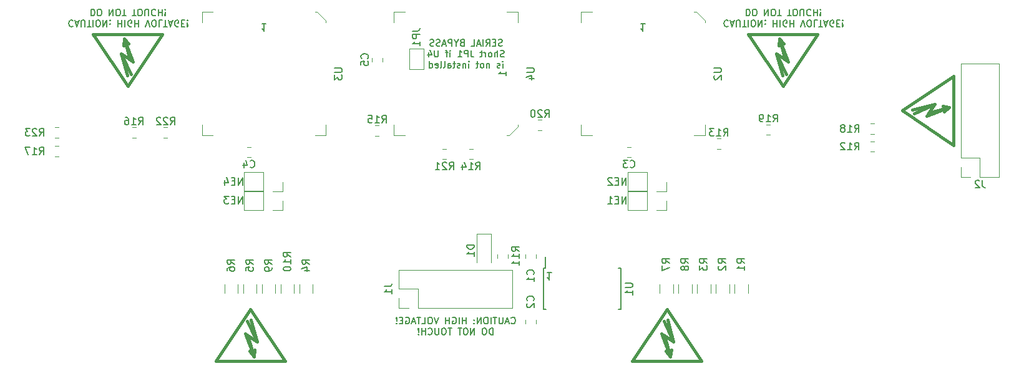
<source format=gbr>
G04 #@! TF.GenerationSoftware,KiCad,Pcbnew,(5.1.0-0)*
G04 #@! TF.CreationDate,2019-04-07T22:11:40-05:00*
G04 #@! TF.ProjectId,IN-14,494e2d31-342e-46b6-9963-61645f706362,rev?*
G04 #@! TF.SameCoordinates,Original*
G04 #@! TF.FileFunction,Legend,Bot*
G04 #@! TF.FilePolarity,Positive*
%FSLAX46Y46*%
G04 Gerber Fmt 4.6, Leading zero omitted, Abs format (unit mm)*
G04 Created by KiCad (PCBNEW (5.1.0-0)) date 2019-04-07 22:11:40*
%MOMM*%
%LPD*%
G04 APERTURE LIST*
%ADD10C,0.152400*%
%ADD11C,0.150000*%
%ADD12C,0.120000*%
%ADD13C,0.381000*%
G04 APERTURE END LIST*
D10*
X155028900Y-82541533D02*
X154901900Y-82583866D01*
X154690233Y-82583866D01*
X154605566Y-82541533D01*
X154563233Y-82499200D01*
X154520900Y-82414533D01*
X154520900Y-82329866D01*
X154563233Y-82245200D01*
X154605566Y-82202866D01*
X154690233Y-82160533D01*
X154859566Y-82118200D01*
X154944233Y-82075866D01*
X154986566Y-82033533D01*
X155028900Y-81948866D01*
X155028900Y-81864200D01*
X154986566Y-81779533D01*
X154944233Y-81737200D01*
X154859566Y-81694866D01*
X154647900Y-81694866D01*
X154520900Y-81737200D01*
X154139900Y-82118200D02*
X153843566Y-82118200D01*
X153716566Y-82583866D02*
X154139900Y-82583866D01*
X154139900Y-81694866D01*
X153716566Y-81694866D01*
X152827566Y-82583866D02*
X153123900Y-82160533D01*
X153335566Y-82583866D02*
X153335566Y-81694866D01*
X152996900Y-81694866D01*
X152912233Y-81737200D01*
X152869900Y-81779533D01*
X152827566Y-81864200D01*
X152827566Y-81991200D01*
X152869900Y-82075866D01*
X152912233Y-82118200D01*
X152996900Y-82160533D01*
X153335566Y-82160533D01*
X152446566Y-82583866D02*
X152446566Y-81694866D01*
X152065566Y-82329866D02*
X151642233Y-82329866D01*
X152150233Y-82583866D02*
X151853900Y-81694866D01*
X151557566Y-82583866D01*
X150837900Y-82583866D02*
X151261233Y-82583866D01*
X151261233Y-81694866D01*
X149567900Y-82118200D02*
X149440900Y-82160533D01*
X149398566Y-82202866D01*
X149356233Y-82287533D01*
X149356233Y-82414533D01*
X149398566Y-82499200D01*
X149440900Y-82541533D01*
X149525566Y-82583866D01*
X149864233Y-82583866D01*
X149864233Y-81694866D01*
X149567900Y-81694866D01*
X149483233Y-81737200D01*
X149440900Y-81779533D01*
X149398566Y-81864200D01*
X149398566Y-81948866D01*
X149440900Y-82033533D01*
X149483233Y-82075866D01*
X149567900Y-82118200D01*
X149864233Y-82118200D01*
X148805900Y-82160533D02*
X148805900Y-82583866D01*
X149102233Y-81694866D02*
X148805900Y-82160533D01*
X148509566Y-81694866D01*
X148213233Y-82583866D02*
X148213233Y-81694866D01*
X147874566Y-81694866D01*
X147789900Y-81737200D01*
X147747566Y-81779533D01*
X147705233Y-81864200D01*
X147705233Y-81991200D01*
X147747566Y-82075866D01*
X147789900Y-82118200D01*
X147874566Y-82160533D01*
X148213233Y-82160533D01*
X147366566Y-82329866D02*
X146943233Y-82329866D01*
X147451233Y-82583866D02*
X147154900Y-81694866D01*
X146858566Y-82583866D01*
X146604566Y-82541533D02*
X146477566Y-82583866D01*
X146265900Y-82583866D01*
X146181233Y-82541533D01*
X146138900Y-82499200D01*
X146096566Y-82414533D01*
X146096566Y-82329866D01*
X146138900Y-82245200D01*
X146181233Y-82202866D01*
X146265900Y-82160533D01*
X146435233Y-82118200D01*
X146519900Y-82075866D01*
X146562233Y-82033533D01*
X146604566Y-81948866D01*
X146604566Y-81864200D01*
X146562233Y-81779533D01*
X146519900Y-81737200D01*
X146435233Y-81694866D01*
X146223566Y-81694866D01*
X146096566Y-81737200D01*
X145757900Y-82541533D02*
X145630900Y-82583866D01*
X145419233Y-82583866D01*
X145334566Y-82541533D01*
X145292233Y-82499200D01*
X145249900Y-82414533D01*
X145249900Y-82329866D01*
X145292233Y-82245200D01*
X145334566Y-82202866D01*
X145419233Y-82160533D01*
X145588566Y-82118200D01*
X145673233Y-82075866D01*
X145715566Y-82033533D01*
X145757900Y-81948866D01*
X145757900Y-81864200D01*
X145715566Y-81779533D01*
X145673233Y-81737200D01*
X145588566Y-81694866D01*
X145376900Y-81694866D01*
X145249900Y-81737200D01*
X155304066Y-84027433D02*
X155177066Y-84069766D01*
X154965400Y-84069766D01*
X154880733Y-84027433D01*
X154838400Y-83985100D01*
X154796066Y-83900433D01*
X154796066Y-83815766D01*
X154838400Y-83731100D01*
X154880733Y-83688766D01*
X154965400Y-83646433D01*
X155134733Y-83604100D01*
X155219400Y-83561766D01*
X155261733Y-83519433D01*
X155304066Y-83434766D01*
X155304066Y-83350100D01*
X155261733Y-83265433D01*
X155219400Y-83223100D01*
X155134733Y-83180766D01*
X154923066Y-83180766D01*
X154796066Y-83223100D01*
X154415066Y-84069766D02*
X154415066Y-83180766D01*
X154034066Y-84069766D02*
X154034066Y-83604100D01*
X154076400Y-83519433D01*
X154161066Y-83477100D01*
X154288066Y-83477100D01*
X154372733Y-83519433D01*
X154415066Y-83561766D01*
X153483733Y-84069766D02*
X153568400Y-84027433D01*
X153610733Y-83985100D01*
X153653066Y-83900433D01*
X153653066Y-83646433D01*
X153610733Y-83561766D01*
X153568400Y-83519433D01*
X153483733Y-83477100D01*
X153356733Y-83477100D01*
X153272066Y-83519433D01*
X153229733Y-83561766D01*
X153187400Y-83646433D01*
X153187400Y-83900433D01*
X153229733Y-83985100D01*
X153272066Y-84027433D01*
X153356733Y-84069766D01*
X153483733Y-84069766D01*
X152806400Y-84069766D02*
X152806400Y-83477100D01*
X152806400Y-83646433D02*
X152764066Y-83561766D01*
X152721733Y-83519433D01*
X152637066Y-83477100D01*
X152552400Y-83477100D01*
X152383066Y-83477100D02*
X152044400Y-83477100D01*
X152256066Y-83180766D02*
X152256066Y-83942766D01*
X152213733Y-84027433D01*
X152129066Y-84069766D01*
X152044400Y-84069766D01*
X150816733Y-83180766D02*
X150816733Y-83815766D01*
X150859066Y-83942766D01*
X150943733Y-84027433D01*
X151070733Y-84069766D01*
X151155400Y-84069766D01*
X150393400Y-84069766D02*
X150393400Y-83180766D01*
X150054733Y-83180766D01*
X149970066Y-83223100D01*
X149927733Y-83265433D01*
X149885400Y-83350100D01*
X149885400Y-83477100D01*
X149927733Y-83561766D01*
X149970066Y-83604100D01*
X150054733Y-83646433D01*
X150393400Y-83646433D01*
X149038733Y-84069766D02*
X149546733Y-84069766D01*
X149292733Y-84069766D02*
X149292733Y-83180766D01*
X149377400Y-83307766D01*
X149462066Y-83392433D01*
X149546733Y-83434766D01*
X147980400Y-84069766D02*
X147980400Y-83477100D01*
X147980400Y-83180766D02*
X148022733Y-83223100D01*
X147980400Y-83265433D01*
X147938066Y-83223100D01*
X147980400Y-83180766D01*
X147980400Y-83265433D01*
X147684066Y-83477100D02*
X147345400Y-83477100D01*
X147557066Y-84069766D02*
X147557066Y-83307766D01*
X147514733Y-83223100D01*
X147430066Y-83180766D01*
X147345400Y-83180766D01*
X146371733Y-83180766D02*
X146371733Y-83900433D01*
X146329400Y-83985100D01*
X146287066Y-84027433D01*
X146202400Y-84069766D01*
X146033066Y-84069766D01*
X145948400Y-84027433D01*
X145906066Y-83985100D01*
X145863733Y-83900433D01*
X145863733Y-83180766D01*
X145059400Y-83477100D02*
X145059400Y-84069766D01*
X145271066Y-83138433D02*
X145482733Y-83773433D01*
X144932400Y-83773433D01*
X155113566Y-85555666D02*
X155113566Y-84963000D01*
X155113566Y-84666666D02*
X155155900Y-84709000D01*
X155113566Y-84751333D01*
X155071233Y-84709000D01*
X155113566Y-84666666D01*
X155113566Y-84751333D01*
X154732566Y-85513333D02*
X154647900Y-85555666D01*
X154478566Y-85555666D01*
X154393900Y-85513333D01*
X154351566Y-85428666D01*
X154351566Y-85386333D01*
X154393900Y-85301666D01*
X154478566Y-85259333D01*
X154605566Y-85259333D01*
X154690233Y-85217000D01*
X154732566Y-85132333D01*
X154732566Y-85090000D01*
X154690233Y-85005333D01*
X154605566Y-84963000D01*
X154478566Y-84963000D01*
X154393900Y-85005333D01*
X153293233Y-84963000D02*
X153293233Y-85555666D01*
X153293233Y-85047666D02*
X153250900Y-85005333D01*
X153166233Y-84963000D01*
X153039233Y-84963000D01*
X152954566Y-85005333D01*
X152912233Y-85090000D01*
X152912233Y-85555666D01*
X152361900Y-85555666D02*
X152446566Y-85513333D01*
X152488900Y-85471000D01*
X152531233Y-85386333D01*
X152531233Y-85132333D01*
X152488900Y-85047666D01*
X152446566Y-85005333D01*
X152361900Y-84963000D01*
X152234900Y-84963000D01*
X152150233Y-85005333D01*
X152107900Y-85047666D01*
X152065566Y-85132333D01*
X152065566Y-85386333D01*
X152107900Y-85471000D01*
X152150233Y-85513333D01*
X152234900Y-85555666D01*
X152361900Y-85555666D01*
X151811566Y-84963000D02*
X151472900Y-84963000D01*
X151684566Y-84666666D02*
X151684566Y-85428666D01*
X151642233Y-85513333D01*
X151557566Y-85555666D01*
X151472900Y-85555666D01*
X150499233Y-85555666D02*
X150499233Y-84963000D01*
X150499233Y-84666666D02*
X150541566Y-84709000D01*
X150499233Y-84751333D01*
X150456900Y-84709000D01*
X150499233Y-84666666D01*
X150499233Y-84751333D01*
X150075900Y-84963000D02*
X150075900Y-85555666D01*
X150075900Y-85047666D02*
X150033566Y-85005333D01*
X149948900Y-84963000D01*
X149821900Y-84963000D01*
X149737233Y-85005333D01*
X149694900Y-85090000D01*
X149694900Y-85555666D01*
X149313900Y-85513333D02*
X149229233Y-85555666D01*
X149059900Y-85555666D01*
X148975233Y-85513333D01*
X148932900Y-85428666D01*
X148932900Y-85386333D01*
X148975233Y-85301666D01*
X149059900Y-85259333D01*
X149186900Y-85259333D01*
X149271566Y-85217000D01*
X149313900Y-85132333D01*
X149313900Y-85090000D01*
X149271566Y-85005333D01*
X149186900Y-84963000D01*
X149059900Y-84963000D01*
X148975233Y-85005333D01*
X148678900Y-84963000D02*
X148340233Y-84963000D01*
X148551900Y-84666666D02*
X148551900Y-85428666D01*
X148509566Y-85513333D01*
X148424900Y-85555666D01*
X148340233Y-85555666D01*
X147662900Y-85555666D02*
X147662900Y-85090000D01*
X147705233Y-85005333D01*
X147789900Y-84963000D01*
X147959233Y-84963000D01*
X148043900Y-85005333D01*
X147662900Y-85513333D02*
X147747566Y-85555666D01*
X147959233Y-85555666D01*
X148043900Y-85513333D01*
X148086233Y-85428666D01*
X148086233Y-85344000D01*
X148043900Y-85259333D01*
X147959233Y-85217000D01*
X147747566Y-85217000D01*
X147662900Y-85174666D01*
X147112566Y-85555666D02*
X147197233Y-85513333D01*
X147239566Y-85428666D01*
X147239566Y-84666666D01*
X146646900Y-85555666D02*
X146731566Y-85513333D01*
X146773900Y-85428666D01*
X146773900Y-84666666D01*
X145969566Y-85513333D02*
X146054233Y-85555666D01*
X146223566Y-85555666D01*
X146308233Y-85513333D01*
X146350566Y-85428666D01*
X146350566Y-85090000D01*
X146308233Y-85005333D01*
X146223566Y-84963000D01*
X146054233Y-84963000D01*
X145969566Y-85005333D01*
X145927233Y-85090000D01*
X145927233Y-85174666D01*
X146350566Y-85259333D01*
X145165233Y-85555666D02*
X145165233Y-84666666D01*
X145165233Y-85513333D02*
X145249900Y-85555666D01*
X145419233Y-85555666D01*
X145503900Y-85513333D01*
X145546233Y-85471000D01*
X145588566Y-85386333D01*
X145588566Y-85132333D01*
X145546233Y-85047666D01*
X145503900Y-85005333D01*
X145419233Y-84963000D01*
X145249900Y-84963000D01*
X145165233Y-85005333D01*
X96778233Y-79140050D02*
X96735900Y-79097716D01*
X96608900Y-79055383D01*
X96524233Y-79055383D01*
X96397233Y-79097716D01*
X96312566Y-79182383D01*
X96270233Y-79267050D01*
X96227900Y-79436383D01*
X96227900Y-79563383D01*
X96270233Y-79732716D01*
X96312566Y-79817383D01*
X96397233Y-79902050D01*
X96524233Y-79944383D01*
X96608900Y-79944383D01*
X96735900Y-79902050D01*
X96778233Y-79859716D01*
X97116900Y-79309383D02*
X97540233Y-79309383D01*
X97032233Y-79055383D02*
X97328566Y-79944383D01*
X97624900Y-79055383D01*
X97921233Y-79944383D02*
X97921233Y-79224716D01*
X97963566Y-79140050D01*
X98005900Y-79097716D01*
X98090566Y-79055383D01*
X98259900Y-79055383D01*
X98344566Y-79097716D01*
X98386900Y-79140050D01*
X98429233Y-79224716D01*
X98429233Y-79944383D01*
X98725566Y-79944383D02*
X99233566Y-79944383D01*
X98979566Y-79055383D02*
X98979566Y-79944383D01*
X99529900Y-79055383D02*
X99529900Y-79944383D01*
X100122566Y-79944383D02*
X100291900Y-79944383D01*
X100376566Y-79902050D01*
X100461233Y-79817383D01*
X100503566Y-79648050D01*
X100503566Y-79351716D01*
X100461233Y-79182383D01*
X100376566Y-79097716D01*
X100291900Y-79055383D01*
X100122566Y-79055383D01*
X100037900Y-79097716D01*
X99953233Y-79182383D01*
X99910900Y-79351716D01*
X99910900Y-79648050D01*
X99953233Y-79817383D01*
X100037900Y-79902050D01*
X100122566Y-79944383D01*
X100884566Y-79055383D02*
X100884566Y-79944383D01*
X101392566Y-79055383D01*
X101392566Y-79944383D01*
X101815900Y-79140050D02*
X101858233Y-79097716D01*
X101815900Y-79055383D01*
X101773566Y-79097716D01*
X101815900Y-79140050D01*
X101815900Y-79055383D01*
X101815900Y-79605716D02*
X101858233Y-79563383D01*
X101815900Y-79521050D01*
X101773566Y-79563383D01*
X101815900Y-79605716D01*
X101815900Y-79521050D01*
X102916566Y-79055383D02*
X102916566Y-79944383D01*
X102916566Y-79521050D02*
X103424566Y-79521050D01*
X103424566Y-79055383D02*
X103424566Y-79944383D01*
X103847900Y-79055383D02*
X103847900Y-79944383D01*
X104736900Y-79902050D02*
X104652233Y-79944383D01*
X104525233Y-79944383D01*
X104398233Y-79902050D01*
X104313566Y-79817383D01*
X104271233Y-79732716D01*
X104228900Y-79563383D01*
X104228900Y-79436383D01*
X104271233Y-79267050D01*
X104313566Y-79182383D01*
X104398233Y-79097716D01*
X104525233Y-79055383D01*
X104609900Y-79055383D01*
X104736900Y-79097716D01*
X104779233Y-79140050D01*
X104779233Y-79436383D01*
X104609900Y-79436383D01*
X105160233Y-79055383D02*
X105160233Y-79944383D01*
X105160233Y-79521050D02*
X105668233Y-79521050D01*
X105668233Y-79055383D02*
X105668233Y-79944383D01*
X106641900Y-79944383D02*
X106938233Y-79055383D01*
X107234566Y-79944383D01*
X107700233Y-79944383D02*
X107869566Y-79944383D01*
X107954233Y-79902050D01*
X108038900Y-79817383D01*
X108081233Y-79648050D01*
X108081233Y-79351716D01*
X108038900Y-79182383D01*
X107954233Y-79097716D01*
X107869566Y-79055383D01*
X107700233Y-79055383D01*
X107615566Y-79097716D01*
X107530900Y-79182383D01*
X107488566Y-79351716D01*
X107488566Y-79648050D01*
X107530900Y-79817383D01*
X107615566Y-79902050D01*
X107700233Y-79944383D01*
X108885566Y-79055383D02*
X108462233Y-79055383D01*
X108462233Y-79944383D01*
X109054900Y-79944383D02*
X109562900Y-79944383D01*
X109308900Y-79055383D02*
X109308900Y-79944383D01*
X109816900Y-79309383D02*
X110240233Y-79309383D01*
X109732233Y-79055383D02*
X110028566Y-79944383D01*
X110324900Y-79055383D01*
X111086900Y-79902050D02*
X111002233Y-79944383D01*
X110875233Y-79944383D01*
X110748233Y-79902050D01*
X110663566Y-79817383D01*
X110621233Y-79732716D01*
X110578900Y-79563383D01*
X110578900Y-79436383D01*
X110621233Y-79267050D01*
X110663566Y-79182383D01*
X110748233Y-79097716D01*
X110875233Y-79055383D01*
X110959900Y-79055383D01*
X111086900Y-79097716D01*
X111129233Y-79140050D01*
X111129233Y-79436383D01*
X110959900Y-79436383D01*
X111510233Y-79521050D02*
X111806566Y-79521050D01*
X111933566Y-79055383D02*
X111510233Y-79055383D01*
X111510233Y-79944383D01*
X111933566Y-79944383D01*
X112314566Y-79140050D02*
X112356900Y-79097716D01*
X112314566Y-79055383D01*
X112272233Y-79097716D01*
X112314566Y-79140050D01*
X112314566Y-79055383D01*
X112314566Y-79394050D02*
X112272233Y-79902050D01*
X112314566Y-79944383D01*
X112356900Y-79902050D01*
X112314566Y-79394050D01*
X112314566Y-79944383D01*
X99254733Y-77569483D02*
X99254733Y-78458483D01*
X99466400Y-78458483D01*
X99593400Y-78416150D01*
X99678066Y-78331483D01*
X99720400Y-78246816D01*
X99762733Y-78077483D01*
X99762733Y-77950483D01*
X99720400Y-77781150D01*
X99678066Y-77696483D01*
X99593400Y-77611816D01*
X99466400Y-77569483D01*
X99254733Y-77569483D01*
X100313066Y-78458483D02*
X100482400Y-78458483D01*
X100567066Y-78416150D01*
X100651733Y-78331483D01*
X100694066Y-78162150D01*
X100694066Y-77865816D01*
X100651733Y-77696483D01*
X100567066Y-77611816D01*
X100482400Y-77569483D01*
X100313066Y-77569483D01*
X100228400Y-77611816D01*
X100143733Y-77696483D01*
X100101400Y-77865816D01*
X100101400Y-78162150D01*
X100143733Y-78331483D01*
X100228400Y-78416150D01*
X100313066Y-78458483D01*
X101752400Y-77569483D02*
X101752400Y-78458483D01*
X102260400Y-77569483D01*
X102260400Y-78458483D01*
X102853066Y-78458483D02*
X103022400Y-78458483D01*
X103107066Y-78416150D01*
X103191733Y-78331483D01*
X103234066Y-78162150D01*
X103234066Y-77865816D01*
X103191733Y-77696483D01*
X103107066Y-77611816D01*
X103022400Y-77569483D01*
X102853066Y-77569483D01*
X102768400Y-77611816D01*
X102683733Y-77696483D01*
X102641400Y-77865816D01*
X102641400Y-78162150D01*
X102683733Y-78331483D01*
X102768400Y-78416150D01*
X102853066Y-78458483D01*
X103488066Y-78458483D02*
X103996066Y-78458483D01*
X103742066Y-77569483D02*
X103742066Y-78458483D01*
X104842733Y-78458483D02*
X105350733Y-78458483D01*
X105096733Y-77569483D02*
X105096733Y-78458483D01*
X105816400Y-78458483D02*
X105985733Y-78458483D01*
X106070400Y-78416150D01*
X106155066Y-78331483D01*
X106197400Y-78162150D01*
X106197400Y-77865816D01*
X106155066Y-77696483D01*
X106070400Y-77611816D01*
X105985733Y-77569483D01*
X105816400Y-77569483D01*
X105731733Y-77611816D01*
X105647066Y-77696483D01*
X105604733Y-77865816D01*
X105604733Y-78162150D01*
X105647066Y-78331483D01*
X105731733Y-78416150D01*
X105816400Y-78458483D01*
X106578400Y-78458483D02*
X106578400Y-77738816D01*
X106620733Y-77654150D01*
X106663066Y-77611816D01*
X106747733Y-77569483D01*
X106917066Y-77569483D01*
X107001733Y-77611816D01*
X107044066Y-77654150D01*
X107086400Y-77738816D01*
X107086400Y-78458483D01*
X108017733Y-77654150D02*
X107975400Y-77611816D01*
X107848400Y-77569483D01*
X107763733Y-77569483D01*
X107636733Y-77611816D01*
X107552066Y-77696483D01*
X107509733Y-77781150D01*
X107467400Y-77950483D01*
X107467400Y-78077483D01*
X107509733Y-78246816D01*
X107552066Y-78331483D01*
X107636733Y-78416150D01*
X107763733Y-78458483D01*
X107848400Y-78458483D01*
X107975400Y-78416150D01*
X108017733Y-78373816D01*
X108398733Y-77569483D02*
X108398733Y-78458483D01*
X108398733Y-78035150D02*
X108906733Y-78035150D01*
X108906733Y-77569483D02*
X108906733Y-78458483D01*
X109330066Y-77654150D02*
X109372400Y-77611816D01*
X109330066Y-77569483D01*
X109287733Y-77611816D01*
X109330066Y-77654150D01*
X109330066Y-77569483D01*
X109330066Y-77908150D02*
X109287733Y-78416150D01*
X109330066Y-78458483D01*
X109372400Y-78416150D01*
X109330066Y-77908150D01*
X109330066Y-78458483D01*
D11*
X155544780Y-86620314D02*
X155544780Y-86048885D01*
X155544780Y-86334600D02*
X154544780Y-86334600D01*
X154687638Y-86239361D01*
X154782876Y-86144123D01*
X154830495Y-86048885D01*
D10*
X185678233Y-79140050D02*
X185635900Y-79097716D01*
X185508900Y-79055383D01*
X185424233Y-79055383D01*
X185297233Y-79097716D01*
X185212566Y-79182383D01*
X185170233Y-79267050D01*
X185127900Y-79436383D01*
X185127900Y-79563383D01*
X185170233Y-79732716D01*
X185212566Y-79817383D01*
X185297233Y-79902050D01*
X185424233Y-79944383D01*
X185508900Y-79944383D01*
X185635900Y-79902050D01*
X185678233Y-79859716D01*
X186016900Y-79309383D02*
X186440233Y-79309383D01*
X185932233Y-79055383D02*
X186228566Y-79944383D01*
X186524900Y-79055383D01*
X186821233Y-79944383D02*
X186821233Y-79224716D01*
X186863566Y-79140050D01*
X186905900Y-79097716D01*
X186990566Y-79055383D01*
X187159900Y-79055383D01*
X187244566Y-79097716D01*
X187286900Y-79140050D01*
X187329233Y-79224716D01*
X187329233Y-79944383D01*
X187625566Y-79944383D02*
X188133566Y-79944383D01*
X187879566Y-79055383D02*
X187879566Y-79944383D01*
X188429900Y-79055383D02*
X188429900Y-79944383D01*
X189022566Y-79944383D02*
X189191900Y-79944383D01*
X189276566Y-79902050D01*
X189361233Y-79817383D01*
X189403566Y-79648050D01*
X189403566Y-79351716D01*
X189361233Y-79182383D01*
X189276566Y-79097716D01*
X189191900Y-79055383D01*
X189022566Y-79055383D01*
X188937900Y-79097716D01*
X188853233Y-79182383D01*
X188810900Y-79351716D01*
X188810900Y-79648050D01*
X188853233Y-79817383D01*
X188937900Y-79902050D01*
X189022566Y-79944383D01*
X189784566Y-79055383D02*
X189784566Y-79944383D01*
X190292566Y-79055383D01*
X190292566Y-79944383D01*
X190715900Y-79140050D02*
X190758233Y-79097716D01*
X190715900Y-79055383D01*
X190673566Y-79097716D01*
X190715900Y-79140050D01*
X190715900Y-79055383D01*
X190715900Y-79605716D02*
X190758233Y-79563383D01*
X190715900Y-79521050D01*
X190673566Y-79563383D01*
X190715900Y-79605716D01*
X190715900Y-79521050D01*
X191816566Y-79055383D02*
X191816566Y-79944383D01*
X191816566Y-79521050D02*
X192324566Y-79521050D01*
X192324566Y-79055383D02*
X192324566Y-79944383D01*
X192747900Y-79055383D02*
X192747900Y-79944383D01*
X193636900Y-79902050D02*
X193552233Y-79944383D01*
X193425233Y-79944383D01*
X193298233Y-79902050D01*
X193213566Y-79817383D01*
X193171233Y-79732716D01*
X193128900Y-79563383D01*
X193128900Y-79436383D01*
X193171233Y-79267050D01*
X193213566Y-79182383D01*
X193298233Y-79097716D01*
X193425233Y-79055383D01*
X193509900Y-79055383D01*
X193636900Y-79097716D01*
X193679233Y-79140050D01*
X193679233Y-79436383D01*
X193509900Y-79436383D01*
X194060233Y-79055383D02*
X194060233Y-79944383D01*
X194060233Y-79521050D02*
X194568233Y-79521050D01*
X194568233Y-79055383D02*
X194568233Y-79944383D01*
X195541900Y-79944383D02*
X195838233Y-79055383D01*
X196134566Y-79944383D01*
X196600233Y-79944383D02*
X196769566Y-79944383D01*
X196854233Y-79902050D01*
X196938900Y-79817383D01*
X196981233Y-79648050D01*
X196981233Y-79351716D01*
X196938900Y-79182383D01*
X196854233Y-79097716D01*
X196769566Y-79055383D01*
X196600233Y-79055383D01*
X196515566Y-79097716D01*
X196430900Y-79182383D01*
X196388566Y-79351716D01*
X196388566Y-79648050D01*
X196430900Y-79817383D01*
X196515566Y-79902050D01*
X196600233Y-79944383D01*
X197785566Y-79055383D02*
X197362233Y-79055383D01*
X197362233Y-79944383D01*
X197954900Y-79944383D02*
X198462900Y-79944383D01*
X198208900Y-79055383D02*
X198208900Y-79944383D01*
X198716900Y-79309383D02*
X199140233Y-79309383D01*
X198632233Y-79055383D02*
X198928566Y-79944383D01*
X199224900Y-79055383D01*
X199986900Y-79902050D02*
X199902233Y-79944383D01*
X199775233Y-79944383D01*
X199648233Y-79902050D01*
X199563566Y-79817383D01*
X199521233Y-79732716D01*
X199478900Y-79563383D01*
X199478900Y-79436383D01*
X199521233Y-79267050D01*
X199563566Y-79182383D01*
X199648233Y-79097716D01*
X199775233Y-79055383D01*
X199859900Y-79055383D01*
X199986900Y-79097716D01*
X200029233Y-79140050D01*
X200029233Y-79436383D01*
X199859900Y-79436383D01*
X200410233Y-79521050D02*
X200706566Y-79521050D01*
X200833566Y-79055383D02*
X200410233Y-79055383D01*
X200410233Y-79944383D01*
X200833566Y-79944383D01*
X201214566Y-79140050D02*
X201256900Y-79097716D01*
X201214566Y-79055383D01*
X201172233Y-79097716D01*
X201214566Y-79140050D01*
X201214566Y-79055383D01*
X201214566Y-79394050D02*
X201172233Y-79902050D01*
X201214566Y-79944383D01*
X201256900Y-79902050D01*
X201214566Y-79394050D01*
X201214566Y-79944383D01*
X188154733Y-77569483D02*
X188154733Y-78458483D01*
X188366400Y-78458483D01*
X188493400Y-78416150D01*
X188578066Y-78331483D01*
X188620400Y-78246816D01*
X188662733Y-78077483D01*
X188662733Y-77950483D01*
X188620400Y-77781150D01*
X188578066Y-77696483D01*
X188493400Y-77611816D01*
X188366400Y-77569483D01*
X188154733Y-77569483D01*
X189213066Y-78458483D02*
X189382400Y-78458483D01*
X189467066Y-78416150D01*
X189551733Y-78331483D01*
X189594066Y-78162150D01*
X189594066Y-77865816D01*
X189551733Y-77696483D01*
X189467066Y-77611816D01*
X189382400Y-77569483D01*
X189213066Y-77569483D01*
X189128400Y-77611816D01*
X189043733Y-77696483D01*
X189001400Y-77865816D01*
X189001400Y-78162150D01*
X189043733Y-78331483D01*
X189128400Y-78416150D01*
X189213066Y-78458483D01*
X190652400Y-77569483D02*
X190652400Y-78458483D01*
X191160400Y-77569483D01*
X191160400Y-78458483D01*
X191753066Y-78458483D02*
X191922400Y-78458483D01*
X192007066Y-78416150D01*
X192091733Y-78331483D01*
X192134066Y-78162150D01*
X192134066Y-77865816D01*
X192091733Y-77696483D01*
X192007066Y-77611816D01*
X191922400Y-77569483D01*
X191753066Y-77569483D01*
X191668400Y-77611816D01*
X191583733Y-77696483D01*
X191541400Y-77865816D01*
X191541400Y-78162150D01*
X191583733Y-78331483D01*
X191668400Y-78416150D01*
X191753066Y-78458483D01*
X192388066Y-78458483D02*
X192896066Y-78458483D01*
X192642066Y-77569483D02*
X192642066Y-78458483D01*
X193742733Y-78458483D02*
X194250733Y-78458483D01*
X193996733Y-77569483D02*
X193996733Y-78458483D01*
X194716400Y-78458483D02*
X194885733Y-78458483D01*
X194970400Y-78416150D01*
X195055066Y-78331483D01*
X195097400Y-78162150D01*
X195097400Y-77865816D01*
X195055066Y-77696483D01*
X194970400Y-77611816D01*
X194885733Y-77569483D01*
X194716400Y-77569483D01*
X194631733Y-77611816D01*
X194547066Y-77696483D01*
X194504733Y-77865816D01*
X194504733Y-78162150D01*
X194547066Y-78331483D01*
X194631733Y-78416150D01*
X194716400Y-78458483D01*
X195478400Y-78458483D02*
X195478400Y-77738816D01*
X195520733Y-77654150D01*
X195563066Y-77611816D01*
X195647733Y-77569483D01*
X195817066Y-77569483D01*
X195901733Y-77611816D01*
X195944066Y-77654150D01*
X195986400Y-77738816D01*
X195986400Y-78458483D01*
X196917733Y-77654150D02*
X196875400Y-77611816D01*
X196748400Y-77569483D01*
X196663733Y-77569483D01*
X196536733Y-77611816D01*
X196452066Y-77696483D01*
X196409733Y-77781150D01*
X196367400Y-77950483D01*
X196367400Y-78077483D01*
X196409733Y-78246816D01*
X196452066Y-78331483D01*
X196536733Y-78416150D01*
X196663733Y-78458483D01*
X196748400Y-78458483D01*
X196875400Y-78416150D01*
X196917733Y-78373816D01*
X197298733Y-77569483D02*
X197298733Y-78458483D01*
X197298733Y-78035150D02*
X197806733Y-78035150D01*
X197806733Y-77569483D02*
X197806733Y-78458483D01*
X198230066Y-77654150D02*
X198272400Y-77611816D01*
X198230066Y-77569483D01*
X198187733Y-77611816D01*
X198230066Y-77654150D01*
X198230066Y-77569483D01*
X198230066Y-77908150D02*
X198187733Y-78416150D01*
X198230066Y-78458483D01*
X198272400Y-78416150D01*
X198230066Y-77908150D01*
X198230066Y-78458483D01*
X156256566Y-120199150D02*
X156298900Y-120241483D01*
X156425900Y-120283816D01*
X156510566Y-120283816D01*
X156637566Y-120241483D01*
X156722233Y-120156816D01*
X156764566Y-120072150D01*
X156806900Y-119902816D01*
X156806900Y-119775816D01*
X156764566Y-119606483D01*
X156722233Y-119521816D01*
X156637566Y-119437150D01*
X156510566Y-119394816D01*
X156425900Y-119394816D01*
X156298900Y-119437150D01*
X156256566Y-119479483D01*
X155917900Y-120029816D02*
X155494566Y-120029816D01*
X156002566Y-120283816D02*
X155706233Y-119394816D01*
X155409900Y-120283816D01*
X155113566Y-119394816D02*
X155113566Y-120114483D01*
X155071233Y-120199150D01*
X155028900Y-120241483D01*
X154944233Y-120283816D01*
X154774900Y-120283816D01*
X154690233Y-120241483D01*
X154647900Y-120199150D01*
X154605566Y-120114483D01*
X154605566Y-119394816D01*
X154309233Y-119394816D02*
X153801233Y-119394816D01*
X154055233Y-120283816D02*
X154055233Y-119394816D01*
X153504900Y-120283816D02*
X153504900Y-119394816D01*
X152912233Y-119394816D02*
X152742900Y-119394816D01*
X152658233Y-119437150D01*
X152573566Y-119521816D01*
X152531233Y-119691150D01*
X152531233Y-119987483D01*
X152573566Y-120156816D01*
X152658233Y-120241483D01*
X152742900Y-120283816D01*
X152912233Y-120283816D01*
X152996900Y-120241483D01*
X153081566Y-120156816D01*
X153123900Y-119987483D01*
X153123900Y-119691150D01*
X153081566Y-119521816D01*
X152996900Y-119437150D01*
X152912233Y-119394816D01*
X152150233Y-120283816D02*
X152150233Y-119394816D01*
X151642233Y-120283816D01*
X151642233Y-119394816D01*
X151218900Y-120199150D02*
X151176566Y-120241483D01*
X151218900Y-120283816D01*
X151261233Y-120241483D01*
X151218900Y-120199150D01*
X151218900Y-120283816D01*
X151218900Y-119733483D02*
X151176566Y-119775816D01*
X151218900Y-119818150D01*
X151261233Y-119775816D01*
X151218900Y-119733483D01*
X151218900Y-119818150D01*
X150118233Y-120283816D02*
X150118233Y-119394816D01*
X150118233Y-119818150D02*
X149610233Y-119818150D01*
X149610233Y-120283816D02*
X149610233Y-119394816D01*
X149186899Y-120283816D02*
X149186899Y-119394816D01*
X148297899Y-119437150D02*
X148382566Y-119394816D01*
X148509566Y-119394816D01*
X148636566Y-119437150D01*
X148721233Y-119521816D01*
X148763566Y-119606483D01*
X148805899Y-119775816D01*
X148805899Y-119902816D01*
X148763566Y-120072150D01*
X148721233Y-120156816D01*
X148636566Y-120241483D01*
X148509566Y-120283816D01*
X148424899Y-120283816D01*
X148297899Y-120241483D01*
X148255566Y-120199150D01*
X148255566Y-119902816D01*
X148424899Y-119902816D01*
X147874566Y-120283816D02*
X147874566Y-119394816D01*
X147874566Y-119818150D02*
X147366566Y-119818150D01*
X147366566Y-120283816D02*
X147366566Y-119394816D01*
X146392899Y-119394816D02*
X146096566Y-120283816D01*
X145800233Y-119394816D01*
X145334566Y-119394816D02*
X145165233Y-119394816D01*
X145080566Y-119437150D01*
X144995899Y-119521816D01*
X144953566Y-119691150D01*
X144953566Y-119987483D01*
X144995899Y-120156816D01*
X145080566Y-120241483D01*
X145165233Y-120283816D01*
X145334566Y-120283816D01*
X145419233Y-120241483D01*
X145503899Y-120156816D01*
X145546233Y-119987483D01*
X145546233Y-119691150D01*
X145503899Y-119521816D01*
X145419233Y-119437150D01*
X145334566Y-119394816D01*
X144149233Y-120283816D02*
X144572566Y-120283816D01*
X144572566Y-119394816D01*
X143979899Y-119394816D02*
X143471899Y-119394816D01*
X143725899Y-120283816D02*
X143725899Y-119394816D01*
X143217899Y-120029816D02*
X142794566Y-120029816D01*
X143302566Y-120283816D02*
X143006233Y-119394816D01*
X142709899Y-120283816D01*
X141947899Y-119437150D02*
X142032566Y-119394816D01*
X142159566Y-119394816D01*
X142286566Y-119437150D01*
X142371233Y-119521816D01*
X142413566Y-119606483D01*
X142455899Y-119775816D01*
X142455899Y-119902816D01*
X142413566Y-120072150D01*
X142371233Y-120156816D01*
X142286566Y-120241483D01*
X142159566Y-120283816D01*
X142074899Y-120283816D01*
X141947899Y-120241483D01*
X141905566Y-120199150D01*
X141905566Y-119902816D01*
X142074899Y-119902816D01*
X141524566Y-119818150D02*
X141228233Y-119818150D01*
X141101233Y-120283816D02*
X141524566Y-120283816D01*
X141524566Y-119394816D01*
X141101233Y-119394816D01*
X140720233Y-120199150D02*
X140677899Y-120241483D01*
X140720233Y-120283816D01*
X140762566Y-120241483D01*
X140720233Y-120199150D01*
X140720233Y-120283816D01*
X140720233Y-119945150D02*
X140762566Y-119437150D01*
X140720233Y-119394816D01*
X140677899Y-119437150D01*
X140720233Y-119945150D01*
X140720233Y-119394816D01*
X153780066Y-121769716D02*
X153780066Y-120880716D01*
X153568400Y-120880716D01*
X153441400Y-120923050D01*
X153356733Y-121007716D01*
X153314400Y-121092383D01*
X153272066Y-121261716D01*
X153272066Y-121388716D01*
X153314400Y-121558050D01*
X153356733Y-121642716D01*
X153441400Y-121727383D01*
X153568400Y-121769716D01*
X153780066Y-121769716D01*
X152721733Y-120880716D02*
X152552400Y-120880716D01*
X152467733Y-120923050D01*
X152383066Y-121007716D01*
X152340733Y-121177050D01*
X152340733Y-121473383D01*
X152383066Y-121642716D01*
X152467733Y-121727383D01*
X152552400Y-121769716D01*
X152721733Y-121769716D01*
X152806400Y-121727383D01*
X152891066Y-121642716D01*
X152933400Y-121473383D01*
X152933400Y-121177050D01*
X152891066Y-121007716D01*
X152806400Y-120923050D01*
X152721733Y-120880716D01*
X151282400Y-121769716D02*
X151282400Y-120880716D01*
X150774400Y-121769716D01*
X150774400Y-120880716D01*
X150181733Y-120880716D02*
X150012400Y-120880716D01*
X149927733Y-120923050D01*
X149843066Y-121007716D01*
X149800733Y-121177050D01*
X149800733Y-121473383D01*
X149843066Y-121642716D01*
X149927733Y-121727383D01*
X150012400Y-121769716D01*
X150181733Y-121769716D01*
X150266400Y-121727383D01*
X150351066Y-121642716D01*
X150393400Y-121473383D01*
X150393400Y-121177050D01*
X150351066Y-121007716D01*
X150266400Y-120923050D01*
X150181733Y-120880716D01*
X149546733Y-120880716D02*
X149038733Y-120880716D01*
X149292733Y-121769716D02*
X149292733Y-120880716D01*
X148192066Y-120880716D02*
X147684066Y-120880716D01*
X147938066Y-121769716D02*
X147938066Y-120880716D01*
X147218400Y-120880716D02*
X147049066Y-120880716D01*
X146964400Y-120923050D01*
X146879733Y-121007716D01*
X146837400Y-121177050D01*
X146837400Y-121473383D01*
X146879733Y-121642716D01*
X146964400Y-121727383D01*
X147049066Y-121769716D01*
X147218400Y-121769716D01*
X147303066Y-121727383D01*
X147387733Y-121642716D01*
X147430066Y-121473383D01*
X147430066Y-121177050D01*
X147387733Y-121007716D01*
X147303066Y-120923050D01*
X147218400Y-120880716D01*
X146456400Y-120880716D02*
X146456400Y-121600383D01*
X146414066Y-121685050D01*
X146371733Y-121727383D01*
X146287066Y-121769716D01*
X146117733Y-121769716D01*
X146033066Y-121727383D01*
X145990733Y-121685050D01*
X145948400Y-121600383D01*
X145948400Y-120880716D01*
X145017066Y-121685050D02*
X145059400Y-121727383D01*
X145186400Y-121769716D01*
X145271066Y-121769716D01*
X145398066Y-121727383D01*
X145482733Y-121642716D01*
X145525066Y-121558050D01*
X145567400Y-121388716D01*
X145567400Y-121261716D01*
X145525066Y-121092383D01*
X145482733Y-121007716D01*
X145398066Y-120923050D01*
X145271066Y-120880716D01*
X145186400Y-120880716D01*
X145059400Y-120923050D01*
X145017066Y-120965383D01*
X144636066Y-121769716D02*
X144636066Y-120880716D01*
X144636066Y-121304050D02*
X144128066Y-121304050D01*
X144128066Y-121769716D02*
X144128066Y-120880716D01*
X143704733Y-121685050D02*
X143662400Y-121727383D01*
X143704733Y-121769716D01*
X143747066Y-121727383D01*
X143704733Y-121685050D01*
X143704733Y-121769716D01*
X143704733Y-121431050D02*
X143747066Y-120923050D01*
X143704733Y-120880716D01*
X143662400Y-120923050D01*
X143704733Y-121431050D01*
X143704733Y-120880716D01*
D11*
X161728114Y-113314219D02*
X161156685Y-113314219D01*
X161442400Y-113314219D02*
X161442400Y-114314219D01*
X161347161Y-114171361D01*
X161251923Y-114076123D01*
X161156685Y-114028504D01*
X174428114Y-79532219D02*
X173856685Y-79532219D01*
X174142400Y-79532219D02*
X174142400Y-80532219D01*
X174047161Y-80389361D01*
X173951923Y-80294123D01*
X173856685Y-80246504D01*
X122993114Y-79532219D02*
X122421685Y-79532219D01*
X122707400Y-79532219D02*
X122707400Y-80532219D01*
X122612161Y-80389361D01*
X122516923Y-80294123D01*
X122421685Y-80246504D01*
D12*
X177282000Y-102350000D02*
X177282000Y-101020000D01*
X175952000Y-102350000D02*
X177282000Y-102350000D01*
X174682000Y-102350000D02*
X174682000Y-99690000D01*
X174682000Y-99690000D02*
X172082000Y-99690000D01*
X174682000Y-102350000D02*
X172082000Y-102350000D01*
X172082000Y-102350000D02*
X172082000Y-99690000D01*
X155970282Y-94737700D02*
X155652400Y-94737700D01*
X157145500Y-93562482D02*
X155970282Y-94737700D01*
X157145500Y-93244600D02*
X157145500Y-93562482D01*
X140339300Y-77931500D02*
X141832400Y-77931500D01*
X140339300Y-79424600D02*
X140339300Y-77931500D01*
X140339300Y-94737700D02*
X141832400Y-94737700D01*
X140339300Y-93244600D02*
X140339300Y-94737700D01*
X157145500Y-77931500D02*
X155652400Y-77931500D01*
X157145500Y-79424600D02*
X157145500Y-77931500D01*
D13*
X216306400Y-86665600D02*
X209321400Y-91364600D01*
X216306400Y-96063600D02*
X216306400Y-86665600D01*
X209321400Y-91364600D02*
X216306400Y-96063600D01*
X215712040Y-90866760D02*
X214812880Y-90765160D01*
X212912960Y-91664320D02*
X215712040Y-90866760D01*
X213713060Y-90465440D02*
X212912960Y-91664320D01*
X210713320Y-91265540D02*
X213713060Y-90465440D01*
X215712040Y-90866760D02*
X215013540Y-91466200D01*
X213713060Y-90465440D02*
X210911440Y-91765920D01*
X212613240Y-92065640D02*
X213012020Y-91466200D01*
X215712040Y-90866760D02*
X212613240Y-92065640D01*
D12*
X217262400Y-100364600D02*
X218592400Y-100364600D01*
X217262400Y-99034600D02*
X217262400Y-100364600D01*
X219862400Y-100364600D02*
X222462400Y-100364600D01*
X219862400Y-97764600D02*
X219862400Y-100364600D01*
X217262400Y-97764600D02*
X219862400Y-97764600D01*
X222462400Y-100364600D02*
X222462400Y-85004600D01*
X217262400Y-97764600D02*
X217262400Y-85004600D01*
X217262400Y-85004600D02*
X222462400Y-85004600D01*
X141037000Y-116840000D02*
X141037000Y-118170000D01*
X141037000Y-118170000D02*
X142367000Y-118170000D01*
X141037000Y-115570000D02*
X143637000Y-115570000D01*
X143637000Y-115570000D02*
X143637000Y-118170000D01*
X143637000Y-118170000D02*
X156397000Y-118170000D01*
X156397000Y-112970000D02*
X156397000Y-118170000D01*
X141037000Y-112970000D02*
X156397000Y-112970000D01*
X141037000Y-112970000D02*
X141037000Y-115570000D01*
X182545500Y-79106718D02*
X182545500Y-79424600D01*
X181370282Y-77931500D02*
X182545500Y-79106718D01*
X181052400Y-77931500D02*
X181370282Y-77931500D01*
X165739300Y-94737700D02*
X165739300Y-93244600D01*
X167232400Y-94737700D02*
X165739300Y-94737700D01*
X182545500Y-94737700D02*
X182545500Y-93244600D01*
X181052400Y-94737700D02*
X182545500Y-94737700D01*
X165739300Y-77931500D02*
X165739300Y-79424600D01*
X167232400Y-77931500D02*
X165739300Y-77931500D01*
D13*
X99543400Y-81000600D02*
X104242400Y-87985600D01*
X108941400Y-81000600D02*
X99543400Y-81000600D01*
X104242400Y-87985600D02*
X108941400Y-81000600D01*
X103744560Y-81594960D02*
X103642960Y-82494120D01*
X104542120Y-84394040D02*
X103744560Y-81594960D01*
X103343240Y-83593940D02*
X104542120Y-84394040D01*
X104143340Y-86593680D02*
X103343240Y-83593940D01*
X103744560Y-81594960D02*
X104344000Y-82293460D01*
X103343240Y-83593940D02*
X104643720Y-86395560D01*
X104943440Y-84693760D02*
X104344000Y-84294980D01*
X103744560Y-81594960D02*
X104943440Y-84693760D01*
X188443400Y-81000600D02*
X193142400Y-87985600D01*
X197841400Y-81000600D02*
X188443400Y-81000600D01*
X193142400Y-87985600D02*
X197841400Y-81000600D01*
X192644560Y-81594960D02*
X192542960Y-82494120D01*
X193442120Y-84394040D02*
X192644560Y-81594960D01*
X192243240Y-83593940D02*
X193442120Y-84394040D01*
X193043340Y-86593680D02*
X192243240Y-83593940D01*
X192644560Y-81594960D02*
X193244000Y-82293460D01*
X192243240Y-83593940D02*
X193543720Y-86395560D01*
X193843440Y-84693760D02*
X193244000Y-84294980D01*
X192644560Y-81594960D02*
X193843440Y-84693760D01*
X125551400Y-125323600D02*
X120852400Y-118338600D01*
X116153400Y-125323600D02*
X125551400Y-125323600D01*
X120852400Y-118338600D02*
X116153400Y-125323600D01*
X121350240Y-124729240D02*
X121451840Y-123830080D01*
X120552680Y-121930160D02*
X121350240Y-124729240D01*
X121751560Y-122730260D02*
X120552680Y-121930160D01*
X120951460Y-119730520D02*
X121751560Y-122730260D01*
X121350240Y-124729240D02*
X120750800Y-124030740D01*
X121751560Y-122730260D02*
X120451080Y-119928640D01*
X120151360Y-121630440D02*
X120750800Y-122029220D01*
X121350240Y-124729240D02*
X120151360Y-121630440D01*
X182066400Y-125323600D02*
X177367400Y-118338600D01*
X172668400Y-125323600D02*
X182066400Y-125323600D01*
X177367400Y-118338600D02*
X172668400Y-125323600D01*
X177865240Y-124729240D02*
X177966840Y-123830080D01*
X177067680Y-121930160D02*
X177865240Y-124729240D01*
X178266560Y-122730260D02*
X177067680Y-121930160D01*
X177466460Y-119730520D02*
X178266560Y-122730260D01*
X177865240Y-124729240D02*
X177265800Y-124030740D01*
X178266560Y-122730260D02*
X176966080Y-119928640D01*
X176666360Y-121630440D02*
X177265800Y-122029220D01*
X177865240Y-124729240D02*
X176666360Y-121630440D01*
D12*
X94898978Y-95045600D02*
X94381822Y-95045600D01*
X94898978Y-93625600D02*
X94381822Y-93625600D01*
X109630978Y-95045600D02*
X109113822Y-95045600D01*
X109630978Y-93625600D02*
X109113822Y-93625600D01*
X147476978Y-97966600D02*
X146959822Y-97966600D01*
X147476978Y-96546600D02*
X146959822Y-96546600D01*
X159913822Y-92609600D02*
X160430978Y-92609600D01*
X159913822Y-94029600D02*
X160430978Y-94029600D01*
X191418978Y-94664600D02*
X190901822Y-94664600D01*
X191418978Y-93244600D02*
X190901822Y-93244600D01*
X204998822Y-93117600D02*
X205515978Y-93117600D01*
X204998822Y-94537600D02*
X205515978Y-94537600D01*
X94898978Y-97585600D02*
X94381822Y-97585600D01*
X94898978Y-96165600D02*
X94381822Y-96165600D01*
X104844322Y-93625600D02*
X105361478Y-93625600D01*
X104844322Y-95045600D02*
X105361478Y-95045600D01*
X138332978Y-94791600D02*
X137815822Y-94791600D01*
X138332978Y-93371600D02*
X137815822Y-93371600D01*
X150594322Y-96546600D02*
X151111478Y-96546600D01*
X150594322Y-97966600D02*
X151111478Y-97966600D01*
X184170822Y-95149600D02*
X184687978Y-95149600D01*
X184170822Y-96569600D02*
X184687978Y-96569600D01*
X204998822Y-95530600D02*
X205515978Y-95530600D01*
X204998822Y-96950600D02*
X205515978Y-96950600D01*
X142408400Y-82902600D02*
X142408400Y-85702600D01*
X142408400Y-85702600D02*
X144408400Y-85702600D01*
X144408400Y-85702600D02*
X144408400Y-82902600D01*
X144408400Y-82902600D02*
X142408400Y-82902600D01*
X138784400Y-84171022D02*
X138784400Y-84688178D01*
X137364400Y-84171022D02*
X137364400Y-84688178D01*
X155802400Y-110841022D02*
X155802400Y-111358178D01*
X154382400Y-110841022D02*
X154382400Y-111358178D01*
X151552400Y-108087600D02*
X151552400Y-111987600D01*
X153552400Y-108087600D02*
X153552400Y-111987600D01*
X151552400Y-108087600D02*
X153552400Y-108087600D01*
X131110500Y-79106718D02*
X131110500Y-79424600D01*
X129935282Y-77931500D02*
X131110500Y-79106718D01*
X129617400Y-77931500D02*
X129935282Y-77931500D01*
X114304300Y-94737700D02*
X114304300Y-93244600D01*
X115797400Y-94737700D02*
X114304300Y-94737700D01*
X131110500Y-94737700D02*
X131110500Y-93244600D01*
X129617400Y-94737700D02*
X131110500Y-94737700D01*
X114304300Y-77931500D02*
X114304300Y-79424600D01*
X115797400Y-77931500D02*
X114304300Y-77931500D01*
X158192400Y-111358178D02*
X158192400Y-110841022D01*
X159612400Y-111358178D02*
X159612400Y-110841022D01*
X159612400Y-119731022D02*
X159612400Y-120248178D01*
X158192400Y-119731022D02*
X158192400Y-120248178D01*
X171978822Y-96292600D02*
X172495978Y-96292600D01*
X171978822Y-97712600D02*
X172495978Y-97712600D01*
X120416822Y-96292600D02*
X120933978Y-96292600D01*
X120416822Y-97712600D02*
X120933978Y-97712600D01*
D11*
X160887400Y-112769600D02*
X160887400Y-111244600D01*
X171162400Y-112769600D02*
X171162400Y-118319600D01*
X160612400Y-112769600D02*
X160612400Y-118319600D01*
X171162400Y-112769600D02*
X170807400Y-112769600D01*
X171162400Y-118319600D02*
X170807400Y-118319600D01*
X160612400Y-118319600D02*
X160967400Y-118319600D01*
X160612400Y-112769600D02*
X160887400Y-112769600D01*
D12*
X126792400Y-114942536D02*
X126792400Y-116146664D01*
X124972400Y-114942536D02*
X124972400Y-116146664D01*
X180767400Y-114942536D02*
X180767400Y-116146664D01*
X178947400Y-114942536D02*
X178947400Y-116146664D01*
X119172400Y-114942536D02*
X119172400Y-116146664D01*
X117352400Y-114942536D02*
X117352400Y-116146664D01*
X121712400Y-114942536D02*
X121712400Y-116146664D01*
X119892400Y-114942536D02*
X119892400Y-116146664D01*
X129332400Y-114942536D02*
X129332400Y-116146664D01*
X127512400Y-114942536D02*
X127512400Y-116146664D01*
X178227400Y-114942536D02*
X178227400Y-116146664D01*
X176407400Y-114942536D02*
X176407400Y-116146664D01*
X124252400Y-114942536D02*
X124252400Y-116146664D01*
X122432400Y-114942536D02*
X122432400Y-116146664D01*
X183307400Y-114942536D02*
X183307400Y-116146664D01*
X181487400Y-114942536D02*
X181487400Y-116146664D01*
X185847400Y-114942536D02*
X185847400Y-116146664D01*
X184027400Y-114942536D02*
X184027400Y-116146664D01*
X188387400Y-114942536D02*
X188387400Y-116146664D01*
X186567400Y-114942536D02*
X186567400Y-116146664D01*
X177282000Y-104890000D02*
X177282000Y-103560000D01*
X175952000Y-104890000D02*
X177282000Y-104890000D01*
X174682000Y-104890000D02*
X174682000Y-102230000D01*
X174682000Y-102230000D02*
X172082000Y-102230000D01*
X174682000Y-104890000D02*
X172082000Y-104890000D01*
X172082000Y-104890000D02*
X172082000Y-102230000D01*
X125225000Y-104890000D02*
X125225000Y-103560000D01*
X123895000Y-104890000D02*
X125225000Y-104890000D01*
X122625000Y-104890000D02*
X122625000Y-102230000D01*
X122625000Y-102230000D02*
X120025000Y-102230000D01*
X122625000Y-104890000D02*
X120025000Y-104890000D01*
X120025000Y-104890000D02*
X120025000Y-102230000D01*
X125225000Y-102350000D02*
X125225000Y-101020000D01*
X123895000Y-102350000D02*
X125225000Y-102350000D01*
X122625000Y-102350000D02*
X122625000Y-99690000D01*
X122625000Y-99690000D02*
X120025000Y-99690000D01*
X122625000Y-102350000D02*
X120025000Y-102350000D01*
X120025000Y-102350000D02*
X120025000Y-99690000D01*
D11*
X171857685Y-101446980D02*
X171857685Y-100446980D01*
X171286257Y-101446980D01*
X171286257Y-100446980D01*
X170810066Y-100923171D02*
X170476733Y-100923171D01*
X170333876Y-101446980D02*
X170810066Y-101446980D01*
X170810066Y-100446980D01*
X170333876Y-100446980D01*
X169952923Y-100542219D02*
X169905304Y-100494600D01*
X169810066Y-100446980D01*
X169571971Y-100446980D01*
X169476733Y-100494600D01*
X169429114Y-100542219D01*
X169381495Y-100637457D01*
X169381495Y-100732695D01*
X169429114Y-100875552D01*
X170000542Y-101446980D01*
X169381495Y-101446980D01*
X158354780Y-85572695D02*
X159164304Y-85572695D01*
X159259542Y-85620314D01*
X159307161Y-85667933D01*
X159354780Y-85763171D01*
X159354780Y-85953647D01*
X159307161Y-86048885D01*
X159259542Y-86096504D01*
X159164304Y-86144123D01*
X158354780Y-86144123D01*
X158688114Y-87048885D02*
X159354780Y-87048885D01*
X158307161Y-86810790D02*
X159021447Y-86572695D01*
X159021447Y-87191742D01*
X220195733Y-100816980D02*
X220195733Y-101531266D01*
X220243352Y-101674123D01*
X220338590Y-101769361D01*
X220481447Y-101816980D01*
X220576685Y-101816980D01*
X219767161Y-100912219D02*
X219719542Y-100864600D01*
X219624304Y-100816980D01*
X219386209Y-100816980D01*
X219290971Y-100864600D01*
X219243352Y-100912219D01*
X219195733Y-101007457D01*
X219195733Y-101102695D01*
X219243352Y-101245552D01*
X219814780Y-101816980D01*
X219195733Y-101816980D01*
X139049380Y-115236666D02*
X139763666Y-115236666D01*
X139906523Y-115189047D01*
X140001761Y-115093809D01*
X140049380Y-114950952D01*
X140049380Y-114855714D01*
X140049380Y-116236666D02*
X140049380Y-115665238D01*
X140049380Y-115950952D02*
X139049380Y-115950952D01*
X139192238Y-115855714D01*
X139287476Y-115760476D01*
X139335095Y-115665238D01*
X183754780Y-85572695D02*
X184564304Y-85572695D01*
X184659542Y-85620314D01*
X184707161Y-85667933D01*
X184754780Y-85763171D01*
X184754780Y-85953647D01*
X184707161Y-86048885D01*
X184659542Y-86096504D01*
X184564304Y-86144123D01*
X183754780Y-86144123D01*
X183850019Y-86572695D02*
X183802400Y-86620314D01*
X183754780Y-86715552D01*
X183754780Y-86953647D01*
X183802400Y-87048885D01*
X183850019Y-87096504D01*
X183945257Y-87144123D01*
X184040495Y-87144123D01*
X184183352Y-87096504D01*
X184754780Y-86525076D01*
X184754780Y-87144123D01*
X92235257Y-94787980D02*
X92568590Y-94311790D01*
X92806685Y-94787980D02*
X92806685Y-93787980D01*
X92425733Y-93787980D01*
X92330495Y-93835600D01*
X92282876Y-93883219D01*
X92235257Y-93978457D01*
X92235257Y-94121314D01*
X92282876Y-94216552D01*
X92330495Y-94264171D01*
X92425733Y-94311790D01*
X92806685Y-94311790D01*
X91854304Y-93883219D02*
X91806685Y-93835600D01*
X91711447Y-93787980D01*
X91473352Y-93787980D01*
X91378114Y-93835600D01*
X91330495Y-93883219D01*
X91282876Y-93978457D01*
X91282876Y-94073695D01*
X91330495Y-94216552D01*
X91901923Y-94787980D01*
X91282876Y-94787980D01*
X90949542Y-93787980D02*
X90330495Y-93787980D01*
X90663828Y-94168933D01*
X90520971Y-94168933D01*
X90425733Y-94216552D01*
X90378114Y-94264171D01*
X90330495Y-94359409D01*
X90330495Y-94597504D01*
X90378114Y-94692742D01*
X90425733Y-94740361D01*
X90520971Y-94787980D01*
X90806685Y-94787980D01*
X90901923Y-94740361D01*
X90949542Y-94692742D01*
X110015257Y-93263980D02*
X110348590Y-92787790D01*
X110586685Y-93263980D02*
X110586685Y-92263980D01*
X110205733Y-92263980D01*
X110110495Y-92311600D01*
X110062876Y-92359219D01*
X110015257Y-92454457D01*
X110015257Y-92597314D01*
X110062876Y-92692552D01*
X110110495Y-92740171D01*
X110205733Y-92787790D01*
X110586685Y-92787790D01*
X109634304Y-92359219D02*
X109586685Y-92311600D01*
X109491447Y-92263980D01*
X109253352Y-92263980D01*
X109158114Y-92311600D01*
X109110495Y-92359219D01*
X109062876Y-92454457D01*
X109062876Y-92549695D01*
X109110495Y-92692552D01*
X109681923Y-93263980D01*
X109062876Y-93263980D01*
X108681923Y-92359219D02*
X108634304Y-92311600D01*
X108539066Y-92263980D01*
X108300971Y-92263980D01*
X108205733Y-92311600D01*
X108158114Y-92359219D01*
X108110495Y-92454457D01*
X108110495Y-92549695D01*
X108158114Y-92692552D01*
X108729542Y-93263980D01*
X108110495Y-93263980D01*
X147861257Y-99359980D02*
X148194590Y-98883790D01*
X148432685Y-99359980D02*
X148432685Y-98359980D01*
X148051733Y-98359980D01*
X147956495Y-98407600D01*
X147908876Y-98455219D01*
X147861257Y-98550457D01*
X147861257Y-98693314D01*
X147908876Y-98788552D01*
X147956495Y-98836171D01*
X148051733Y-98883790D01*
X148432685Y-98883790D01*
X147480304Y-98455219D02*
X147432685Y-98407600D01*
X147337447Y-98359980D01*
X147099352Y-98359980D01*
X147004114Y-98407600D01*
X146956495Y-98455219D01*
X146908876Y-98550457D01*
X146908876Y-98645695D01*
X146956495Y-98788552D01*
X147527923Y-99359980D01*
X146908876Y-99359980D01*
X145956495Y-99359980D02*
X146527923Y-99359980D01*
X146242209Y-99359980D02*
X146242209Y-98359980D01*
X146337447Y-98502838D01*
X146432685Y-98598076D01*
X146527923Y-98645695D01*
X160815257Y-92247980D02*
X161148590Y-91771790D01*
X161386685Y-92247980D02*
X161386685Y-91247980D01*
X161005733Y-91247980D01*
X160910495Y-91295600D01*
X160862876Y-91343219D01*
X160815257Y-91438457D01*
X160815257Y-91581314D01*
X160862876Y-91676552D01*
X160910495Y-91724171D01*
X161005733Y-91771790D01*
X161386685Y-91771790D01*
X160434304Y-91343219D02*
X160386685Y-91295600D01*
X160291447Y-91247980D01*
X160053352Y-91247980D01*
X159958114Y-91295600D01*
X159910495Y-91343219D01*
X159862876Y-91438457D01*
X159862876Y-91533695D01*
X159910495Y-91676552D01*
X160481923Y-92247980D01*
X159862876Y-92247980D01*
X159243828Y-91247980D02*
X159148590Y-91247980D01*
X159053352Y-91295600D01*
X159005733Y-91343219D01*
X158958114Y-91438457D01*
X158910495Y-91628933D01*
X158910495Y-91867028D01*
X158958114Y-92057504D01*
X159005733Y-92152742D01*
X159053352Y-92200361D01*
X159148590Y-92247980D01*
X159243828Y-92247980D01*
X159339066Y-92200361D01*
X159386685Y-92152742D01*
X159434304Y-92057504D01*
X159481923Y-91867028D01*
X159481923Y-91628933D01*
X159434304Y-91438457D01*
X159386685Y-91343219D01*
X159339066Y-91295600D01*
X159243828Y-91247980D01*
X191803257Y-92882980D02*
X192136590Y-92406790D01*
X192374685Y-92882980D02*
X192374685Y-91882980D01*
X191993733Y-91882980D01*
X191898495Y-91930600D01*
X191850876Y-91978219D01*
X191803257Y-92073457D01*
X191803257Y-92216314D01*
X191850876Y-92311552D01*
X191898495Y-92359171D01*
X191993733Y-92406790D01*
X192374685Y-92406790D01*
X190850876Y-92882980D02*
X191422304Y-92882980D01*
X191136590Y-92882980D02*
X191136590Y-91882980D01*
X191231828Y-92025838D01*
X191327066Y-92121076D01*
X191422304Y-92168695D01*
X190374685Y-92882980D02*
X190184209Y-92882980D01*
X190088971Y-92835361D01*
X190041352Y-92787742D01*
X189946114Y-92644885D01*
X189898495Y-92454409D01*
X189898495Y-92073457D01*
X189946114Y-91978219D01*
X189993733Y-91930600D01*
X190088971Y-91882980D01*
X190279447Y-91882980D01*
X190374685Y-91930600D01*
X190422304Y-91978219D01*
X190469923Y-92073457D01*
X190469923Y-92311552D01*
X190422304Y-92406790D01*
X190374685Y-92454409D01*
X190279447Y-92502028D01*
X190088971Y-92502028D01*
X189993733Y-92454409D01*
X189946114Y-92406790D01*
X189898495Y-92311552D01*
X202852257Y-94279980D02*
X203185590Y-93803790D01*
X203423685Y-94279980D02*
X203423685Y-93279980D01*
X203042733Y-93279980D01*
X202947495Y-93327600D01*
X202899876Y-93375219D01*
X202852257Y-93470457D01*
X202852257Y-93613314D01*
X202899876Y-93708552D01*
X202947495Y-93756171D01*
X203042733Y-93803790D01*
X203423685Y-93803790D01*
X201899876Y-94279980D02*
X202471304Y-94279980D01*
X202185590Y-94279980D02*
X202185590Y-93279980D01*
X202280828Y-93422838D01*
X202376066Y-93518076D01*
X202471304Y-93565695D01*
X201328447Y-93708552D02*
X201423685Y-93660933D01*
X201471304Y-93613314D01*
X201518923Y-93518076D01*
X201518923Y-93470457D01*
X201471304Y-93375219D01*
X201423685Y-93327600D01*
X201328447Y-93279980D01*
X201137971Y-93279980D01*
X201042733Y-93327600D01*
X200995114Y-93375219D01*
X200947495Y-93470457D01*
X200947495Y-93518076D01*
X200995114Y-93613314D01*
X201042733Y-93660933D01*
X201137971Y-93708552D01*
X201328447Y-93708552D01*
X201423685Y-93756171D01*
X201471304Y-93803790D01*
X201518923Y-93899028D01*
X201518923Y-94089504D01*
X201471304Y-94184742D01*
X201423685Y-94232361D01*
X201328447Y-94279980D01*
X201137971Y-94279980D01*
X201042733Y-94232361D01*
X200995114Y-94184742D01*
X200947495Y-94089504D01*
X200947495Y-93899028D01*
X200995114Y-93803790D01*
X201042733Y-93756171D01*
X201137971Y-93708552D01*
X92235257Y-97327980D02*
X92568590Y-96851790D01*
X92806685Y-97327980D02*
X92806685Y-96327980D01*
X92425733Y-96327980D01*
X92330495Y-96375600D01*
X92282876Y-96423219D01*
X92235257Y-96518457D01*
X92235257Y-96661314D01*
X92282876Y-96756552D01*
X92330495Y-96804171D01*
X92425733Y-96851790D01*
X92806685Y-96851790D01*
X91282876Y-97327980D02*
X91854304Y-97327980D01*
X91568590Y-97327980D02*
X91568590Y-96327980D01*
X91663828Y-96470838D01*
X91759066Y-96566076D01*
X91854304Y-96613695D01*
X90949542Y-96327980D02*
X90282876Y-96327980D01*
X90711447Y-97327980D01*
X105697257Y-93263980D02*
X106030590Y-92787790D01*
X106268685Y-93263980D02*
X106268685Y-92263980D01*
X105887733Y-92263980D01*
X105792495Y-92311600D01*
X105744876Y-92359219D01*
X105697257Y-92454457D01*
X105697257Y-92597314D01*
X105744876Y-92692552D01*
X105792495Y-92740171D01*
X105887733Y-92787790D01*
X106268685Y-92787790D01*
X104744876Y-93263980D02*
X105316304Y-93263980D01*
X105030590Y-93263980D02*
X105030590Y-92263980D01*
X105125828Y-92406838D01*
X105221066Y-92502076D01*
X105316304Y-92549695D01*
X103887733Y-92263980D02*
X104078209Y-92263980D01*
X104173447Y-92311600D01*
X104221066Y-92359219D01*
X104316304Y-92502076D01*
X104363923Y-92692552D01*
X104363923Y-93073504D01*
X104316304Y-93168742D01*
X104268685Y-93216361D01*
X104173447Y-93263980D01*
X103982971Y-93263980D01*
X103887733Y-93216361D01*
X103840114Y-93168742D01*
X103792495Y-93073504D01*
X103792495Y-92835409D01*
X103840114Y-92740171D01*
X103887733Y-92692552D01*
X103982971Y-92644933D01*
X104173447Y-92644933D01*
X104268685Y-92692552D01*
X104316304Y-92740171D01*
X104363923Y-92835409D01*
X138717257Y-93009980D02*
X139050590Y-92533790D01*
X139288685Y-93009980D02*
X139288685Y-92009980D01*
X138907733Y-92009980D01*
X138812495Y-92057600D01*
X138764876Y-92105219D01*
X138717257Y-92200457D01*
X138717257Y-92343314D01*
X138764876Y-92438552D01*
X138812495Y-92486171D01*
X138907733Y-92533790D01*
X139288685Y-92533790D01*
X137764876Y-93009980D02*
X138336304Y-93009980D01*
X138050590Y-93009980D02*
X138050590Y-92009980D01*
X138145828Y-92152838D01*
X138241066Y-92248076D01*
X138336304Y-92295695D01*
X136860114Y-92009980D02*
X137336304Y-92009980D01*
X137383923Y-92486171D01*
X137336304Y-92438552D01*
X137241066Y-92390933D01*
X137002971Y-92390933D01*
X136907733Y-92438552D01*
X136860114Y-92486171D01*
X136812495Y-92581409D01*
X136812495Y-92819504D01*
X136860114Y-92914742D01*
X136907733Y-92962361D01*
X137002971Y-93009980D01*
X137241066Y-93009980D01*
X137336304Y-92962361D01*
X137383923Y-92914742D01*
X151447257Y-99359980D02*
X151780590Y-98883790D01*
X152018685Y-99359980D02*
X152018685Y-98359980D01*
X151637733Y-98359980D01*
X151542495Y-98407600D01*
X151494876Y-98455219D01*
X151447257Y-98550457D01*
X151447257Y-98693314D01*
X151494876Y-98788552D01*
X151542495Y-98836171D01*
X151637733Y-98883790D01*
X152018685Y-98883790D01*
X150494876Y-99359980D02*
X151066304Y-99359980D01*
X150780590Y-99359980D02*
X150780590Y-98359980D01*
X150875828Y-98502838D01*
X150971066Y-98598076D01*
X151066304Y-98645695D01*
X149637733Y-98693314D02*
X149637733Y-99359980D01*
X149875828Y-98312361D02*
X150113923Y-99026647D01*
X149494876Y-99026647D01*
X185072257Y-94787980D02*
X185405590Y-94311790D01*
X185643685Y-94787980D02*
X185643685Y-93787980D01*
X185262733Y-93787980D01*
X185167495Y-93835600D01*
X185119876Y-93883219D01*
X185072257Y-93978457D01*
X185072257Y-94121314D01*
X185119876Y-94216552D01*
X185167495Y-94264171D01*
X185262733Y-94311790D01*
X185643685Y-94311790D01*
X184119876Y-94787980D02*
X184691304Y-94787980D01*
X184405590Y-94787980D02*
X184405590Y-93787980D01*
X184500828Y-93930838D01*
X184596066Y-94026076D01*
X184691304Y-94073695D01*
X183786542Y-93787980D02*
X183167495Y-93787980D01*
X183500828Y-94168933D01*
X183357971Y-94168933D01*
X183262733Y-94216552D01*
X183215114Y-94264171D01*
X183167495Y-94359409D01*
X183167495Y-94597504D01*
X183215114Y-94692742D01*
X183262733Y-94740361D01*
X183357971Y-94787980D01*
X183643685Y-94787980D01*
X183738923Y-94740361D01*
X183786542Y-94692742D01*
X202852257Y-96692980D02*
X203185590Y-96216790D01*
X203423685Y-96692980D02*
X203423685Y-95692980D01*
X203042733Y-95692980D01*
X202947495Y-95740600D01*
X202899876Y-95788219D01*
X202852257Y-95883457D01*
X202852257Y-96026314D01*
X202899876Y-96121552D01*
X202947495Y-96169171D01*
X203042733Y-96216790D01*
X203423685Y-96216790D01*
X201899876Y-96692980D02*
X202471304Y-96692980D01*
X202185590Y-96692980D02*
X202185590Y-95692980D01*
X202280828Y-95835838D01*
X202376066Y-95931076D01*
X202471304Y-95978695D01*
X201518923Y-95788219D02*
X201471304Y-95740600D01*
X201376066Y-95692980D01*
X201137971Y-95692980D01*
X201042733Y-95740600D01*
X200995114Y-95788219D01*
X200947495Y-95883457D01*
X200947495Y-95978695D01*
X200995114Y-96121552D01*
X201566542Y-96692980D01*
X200947495Y-96692980D01*
X142860780Y-80548266D02*
X143575066Y-80548266D01*
X143717923Y-80500647D01*
X143813161Y-80405409D01*
X143860780Y-80262552D01*
X143860780Y-80167314D01*
X143860780Y-81024457D02*
X142860780Y-81024457D01*
X142860780Y-81405409D01*
X142908400Y-81500647D01*
X142956019Y-81548266D01*
X143051257Y-81595885D01*
X143194114Y-81595885D01*
X143289352Y-81548266D01*
X143336971Y-81500647D01*
X143384590Y-81405409D01*
X143384590Y-81024457D01*
X143860780Y-82548266D02*
X143860780Y-81976838D01*
X143860780Y-82262552D02*
X142860780Y-82262552D01*
X143003638Y-82167314D01*
X143098876Y-82072076D01*
X143146495Y-81976838D01*
X136781542Y-84262933D02*
X136829161Y-84215314D01*
X136876780Y-84072457D01*
X136876780Y-83977219D01*
X136829161Y-83834361D01*
X136733923Y-83739123D01*
X136638685Y-83691504D01*
X136448209Y-83643885D01*
X136305352Y-83643885D01*
X136114876Y-83691504D01*
X136019638Y-83739123D01*
X135924400Y-83834361D01*
X135876780Y-83977219D01*
X135876780Y-84072457D01*
X135924400Y-84215314D01*
X135972019Y-84262933D01*
X135876780Y-85167695D02*
X135876780Y-84691504D01*
X136352971Y-84643885D01*
X136305352Y-84691504D01*
X136257733Y-84786742D01*
X136257733Y-85024838D01*
X136305352Y-85120076D01*
X136352971Y-85167695D01*
X136448209Y-85215314D01*
X136686304Y-85215314D01*
X136781542Y-85167695D01*
X136829161Y-85120076D01*
X136876780Y-85024838D01*
X136876780Y-84786742D01*
X136829161Y-84691504D01*
X136781542Y-84643885D01*
X157322780Y-110456742D02*
X156846590Y-110123409D01*
X157322780Y-109885314D02*
X156322780Y-109885314D01*
X156322780Y-110266266D01*
X156370400Y-110361504D01*
X156418019Y-110409123D01*
X156513257Y-110456742D01*
X156656114Y-110456742D01*
X156751352Y-110409123D01*
X156798971Y-110361504D01*
X156846590Y-110266266D01*
X156846590Y-109885314D01*
X157322780Y-111409123D02*
X157322780Y-110837695D01*
X157322780Y-111123409D02*
X156322780Y-111123409D01*
X156465638Y-111028171D01*
X156560876Y-110932933D01*
X156608495Y-110837695D01*
X157322780Y-112361504D02*
X157322780Y-111790076D01*
X157322780Y-112075790D02*
X156322780Y-112075790D01*
X156465638Y-111980552D01*
X156560876Y-111885314D01*
X156608495Y-111790076D01*
X151226780Y-109599504D02*
X150226780Y-109599504D01*
X150226780Y-109837600D01*
X150274400Y-109980457D01*
X150369638Y-110075695D01*
X150464876Y-110123314D01*
X150655352Y-110170933D01*
X150798209Y-110170933D01*
X150988685Y-110123314D01*
X151083923Y-110075695D01*
X151179161Y-109980457D01*
X151226780Y-109837600D01*
X151226780Y-109599504D01*
X151226780Y-111123314D02*
X151226780Y-110551885D01*
X151226780Y-110837600D02*
X150226780Y-110837600D01*
X150369638Y-110742361D01*
X150464876Y-110647123D01*
X150512495Y-110551885D01*
X132319780Y-85572695D02*
X133129304Y-85572695D01*
X133224542Y-85620314D01*
X133272161Y-85667933D01*
X133319780Y-85763171D01*
X133319780Y-85953647D01*
X133272161Y-86048885D01*
X133224542Y-86096504D01*
X133129304Y-86144123D01*
X132319780Y-86144123D01*
X132319780Y-86525076D02*
X132319780Y-87144123D01*
X132700733Y-86810790D01*
X132700733Y-86953647D01*
X132748352Y-87048885D01*
X132795971Y-87096504D01*
X132891209Y-87144123D01*
X133129304Y-87144123D01*
X133224542Y-87096504D01*
X133272161Y-87048885D01*
X133319780Y-86953647D01*
X133319780Y-86667933D01*
X133272161Y-86572695D01*
X133224542Y-86525076D01*
X159259542Y-113599933D02*
X159307161Y-113552314D01*
X159354780Y-113409457D01*
X159354780Y-113314219D01*
X159307161Y-113171361D01*
X159211923Y-113076123D01*
X159116685Y-113028504D01*
X158926209Y-112980885D01*
X158783352Y-112980885D01*
X158592876Y-113028504D01*
X158497638Y-113076123D01*
X158402400Y-113171361D01*
X158354780Y-113314219D01*
X158354780Y-113409457D01*
X158402400Y-113552314D01*
X158450019Y-113599933D01*
X159354780Y-114552314D02*
X159354780Y-113980885D01*
X159354780Y-114266600D02*
X158354780Y-114266600D01*
X158497638Y-114171361D01*
X158592876Y-114076123D01*
X158640495Y-113980885D01*
X159259542Y-117155933D02*
X159307161Y-117108314D01*
X159354780Y-116965457D01*
X159354780Y-116870219D01*
X159307161Y-116727361D01*
X159211923Y-116632123D01*
X159116685Y-116584504D01*
X158926209Y-116536885D01*
X158783352Y-116536885D01*
X158592876Y-116584504D01*
X158497638Y-116632123D01*
X158402400Y-116727361D01*
X158354780Y-116870219D01*
X158354780Y-116965457D01*
X158402400Y-117108314D01*
X158450019Y-117155933D01*
X158450019Y-117536885D02*
X158402400Y-117584504D01*
X158354780Y-117679742D01*
X158354780Y-117917838D01*
X158402400Y-118013076D01*
X158450019Y-118060695D01*
X158545257Y-118108314D01*
X158640495Y-118108314D01*
X158783352Y-118060695D01*
X159354780Y-117489266D01*
X159354780Y-118108314D01*
X172404066Y-99009742D02*
X172451685Y-99057361D01*
X172594542Y-99104980D01*
X172689780Y-99104980D01*
X172832638Y-99057361D01*
X172927876Y-98962123D01*
X172975495Y-98866885D01*
X173023114Y-98676409D01*
X173023114Y-98533552D01*
X172975495Y-98343076D01*
X172927876Y-98247838D01*
X172832638Y-98152600D01*
X172689780Y-98104980D01*
X172594542Y-98104980D01*
X172451685Y-98152600D01*
X172404066Y-98200219D01*
X172070733Y-98104980D02*
X171451685Y-98104980D01*
X171785019Y-98485933D01*
X171642161Y-98485933D01*
X171546923Y-98533552D01*
X171499304Y-98581171D01*
X171451685Y-98676409D01*
X171451685Y-98914504D01*
X171499304Y-99009742D01*
X171546923Y-99057361D01*
X171642161Y-99104980D01*
X171927876Y-99104980D01*
X172023114Y-99057361D01*
X172070733Y-99009742D01*
X120842066Y-99009742D02*
X120889685Y-99057361D01*
X121032542Y-99104980D01*
X121127780Y-99104980D01*
X121270638Y-99057361D01*
X121365876Y-98962123D01*
X121413495Y-98866885D01*
X121461114Y-98676409D01*
X121461114Y-98533552D01*
X121413495Y-98343076D01*
X121365876Y-98247838D01*
X121270638Y-98152600D01*
X121127780Y-98104980D01*
X121032542Y-98104980D01*
X120889685Y-98152600D01*
X120842066Y-98200219D01*
X119984923Y-98438314D02*
X119984923Y-99104980D01*
X120223019Y-98057361D02*
X120461114Y-98771647D01*
X119842066Y-98771647D01*
X171715180Y-114782695D02*
X172524704Y-114782695D01*
X172619942Y-114830314D01*
X172667561Y-114877933D01*
X172715180Y-114973171D01*
X172715180Y-115163647D01*
X172667561Y-115258885D01*
X172619942Y-115306504D01*
X172524704Y-115354123D01*
X171715180Y-115354123D01*
X172715180Y-116354123D02*
X172715180Y-115782695D01*
X172715180Y-116068409D02*
X171715180Y-116068409D01*
X171858038Y-115973171D01*
X171953276Y-115877933D01*
X172000895Y-115782695D01*
X126334780Y-111218742D02*
X125858590Y-110885409D01*
X126334780Y-110647314D02*
X125334780Y-110647314D01*
X125334780Y-111028266D01*
X125382400Y-111123504D01*
X125430019Y-111171123D01*
X125525257Y-111218742D01*
X125668114Y-111218742D01*
X125763352Y-111171123D01*
X125810971Y-111123504D01*
X125858590Y-111028266D01*
X125858590Y-110647314D01*
X126334780Y-112171123D02*
X126334780Y-111599695D01*
X126334780Y-111885409D02*
X125334780Y-111885409D01*
X125477638Y-111790171D01*
X125572876Y-111694933D01*
X125620495Y-111599695D01*
X125334780Y-112790171D02*
X125334780Y-112885409D01*
X125382400Y-112980647D01*
X125430019Y-113028266D01*
X125525257Y-113075885D01*
X125715733Y-113123504D01*
X125953828Y-113123504D01*
X126144304Y-113075885D01*
X126239542Y-113028266D01*
X126287161Y-112980647D01*
X126334780Y-112885409D01*
X126334780Y-112790171D01*
X126287161Y-112694933D01*
X126239542Y-112647314D01*
X126144304Y-112599695D01*
X125953828Y-112552076D01*
X125715733Y-112552076D01*
X125525257Y-112599695D01*
X125430019Y-112647314D01*
X125382400Y-112694933D01*
X125334780Y-112790171D01*
X180309780Y-112075933D02*
X179833590Y-111742600D01*
X180309780Y-111504504D02*
X179309780Y-111504504D01*
X179309780Y-111885457D01*
X179357400Y-111980695D01*
X179405019Y-112028314D01*
X179500257Y-112075933D01*
X179643114Y-112075933D01*
X179738352Y-112028314D01*
X179785971Y-111980695D01*
X179833590Y-111885457D01*
X179833590Y-111504504D01*
X179738352Y-112647361D02*
X179690733Y-112552123D01*
X179643114Y-112504504D01*
X179547876Y-112456885D01*
X179500257Y-112456885D01*
X179405019Y-112504504D01*
X179357400Y-112552123D01*
X179309780Y-112647361D01*
X179309780Y-112837838D01*
X179357400Y-112933076D01*
X179405019Y-112980695D01*
X179500257Y-113028314D01*
X179547876Y-113028314D01*
X179643114Y-112980695D01*
X179690733Y-112933076D01*
X179738352Y-112837838D01*
X179738352Y-112647361D01*
X179785971Y-112552123D01*
X179833590Y-112504504D01*
X179928828Y-112456885D01*
X180119304Y-112456885D01*
X180214542Y-112504504D01*
X180262161Y-112552123D01*
X180309780Y-112647361D01*
X180309780Y-112837838D01*
X180262161Y-112933076D01*
X180214542Y-112980695D01*
X180119304Y-113028314D01*
X179928828Y-113028314D01*
X179833590Y-112980695D01*
X179785971Y-112933076D01*
X179738352Y-112837838D01*
X118714780Y-112202933D02*
X118238590Y-111869600D01*
X118714780Y-111631504D02*
X117714780Y-111631504D01*
X117714780Y-112012457D01*
X117762400Y-112107695D01*
X117810019Y-112155314D01*
X117905257Y-112202933D01*
X118048114Y-112202933D01*
X118143352Y-112155314D01*
X118190971Y-112107695D01*
X118238590Y-112012457D01*
X118238590Y-111631504D01*
X117714780Y-113060076D02*
X117714780Y-112869600D01*
X117762400Y-112774361D01*
X117810019Y-112726742D01*
X117952876Y-112631504D01*
X118143352Y-112583885D01*
X118524304Y-112583885D01*
X118619542Y-112631504D01*
X118667161Y-112679123D01*
X118714780Y-112774361D01*
X118714780Y-112964838D01*
X118667161Y-113060076D01*
X118619542Y-113107695D01*
X118524304Y-113155314D01*
X118286209Y-113155314D01*
X118190971Y-113107695D01*
X118143352Y-113060076D01*
X118095733Y-112964838D01*
X118095733Y-112774361D01*
X118143352Y-112679123D01*
X118190971Y-112631504D01*
X118286209Y-112583885D01*
X121254780Y-112202933D02*
X120778590Y-111869600D01*
X121254780Y-111631504D02*
X120254780Y-111631504D01*
X120254780Y-112012457D01*
X120302400Y-112107695D01*
X120350019Y-112155314D01*
X120445257Y-112202933D01*
X120588114Y-112202933D01*
X120683352Y-112155314D01*
X120730971Y-112107695D01*
X120778590Y-112012457D01*
X120778590Y-111631504D01*
X120254780Y-113107695D02*
X120254780Y-112631504D01*
X120730971Y-112583885D01*
X120683352Y-112631504D01*
X120635733Y-112726742D01*
X120635733Y-112964838D01*
X120683352Y-113060076D01*
X120730971Y-113107695D01*
X120826209Y-113155314D01*
X121064304Y-113155314D01*
X121159542Y-113107695D01*
X121207161Y-113060076D01*
X121254780Y-112964838D01*
X121254780Y-112726742D01*
X121207161Y-112631504D01*
X121159542Y-112583885D01*
X128874780Y-112202933D02*
X128398590Y-111869600D01*
X128874780Y-111631504D02*
X127874780Y-111631504D01*
X127874780Y-112012457D01*
X127922400Y-112107695D01*
X127970019Y-112155314D01*
X128065257Y-112202933D01*
X128208114Y-112202933D01*
X128303352Y-112155314D01*
X128350971Y-112107695D01*
X128398590Y-112012457D01*
X128398590Y-111631504D01*
X128208114Y-113060076D02*
X128874780Y-113060076D01*
X127827161Y-112821980D02*
X128541447Y-112583885D01*
X128541447Y-113202933D01*
X177744380Y-112075933D02*
X177268190Y-111742600D01*
X177744380Y-111504504D02*
X176744380Y-111504504D01*
X176744380Y-111885457D01*
X176792000Y-111980695D01*
X176839619Y-112028314D01*
X176934857Y-112075933D01*
X177077714Y-112075933D01*
X177172952Y-112028314D01*
X177220571Y-111980695D01*
X177268190Y-111885457D01*
X177268190Y-111504504D01*
X176744380Y-112409266D02*
X176744380Y-113075933D01*
X177744380Y-112647361D01*
X123794780Y-112202933D02*
X123318590Y-111869600D01*
X123794780Y-111631504D02*
X122794780Y-111631504D01*
X122794780Y-112012457D01*
X122842400Y-112107695D01*
X122890019Y-112155314D01*
X122985257Y-112202933D01*
X123128114Y-112202933D01*
X123223352Y-112155314D01*
X123270971Y-112107695D01*
X123318590Y-112012457D01*
X123318590Y-111631504D01*
X123794780Y-112679123D02*
X123794780Y-112869600D01*
X123747161Y-112964838D01*
X123699542Y-113012457D01*
X123556685Y-113107695D01*
X123366209Y-113155314D01*
X122985257Y-113155314D01*
X122890019Y-113107695D01*
X122842400Y-113060076D01*
X122794780Y-112964838D01*
X122794780Y-112774361D01*
X122842400Y-112679123D01*
X122890019Y-112631504D01*
X122985257Y-112583885D01*
X123223352Y-112583885D01*
X123318590Y-112631504D01*
X123366209Y-112679123D01*
X123413828Y-112774361D01*
X123413828Y-112964838D01*
X123366209Y-113060076D01*
X123318590Y-113107695D01*
X123223352Y-113155314D01*
X182849780Y-112075933D02*
X182373590Y-111742600D01*
X182849780Y-111504504D02*
X181849780Y-111504504D01*
X181849780Y-111885457D01*
X181897400Y-111980695D01*
X181945019Y-112028314D01*
X182040257Y-112075933D01*
X182183114Y-112075933D01*
X182278352Y-112028314D01*
X182325971Y-111980695D01*
X182373590Y-111885457D01*
X182373590Y-111504504D01*
X181849780Y-112409266D02*
X181849780Y-113028314D01*
X182230733Y-112694980D01*
X182230733Y-112837838D01*
X182278352Y-112933076D01*
X182325971Y-112980695D01*
X182421209Y-113028314D01*
X182659304Y-113028314D01*
X182754542Y-112980695D01*
X182802161Y-112933076D01*
X182849780Y-112837838D01*
X182849780Y-112552123D01*
X182802161Y-112456885D01*
X182754542Y-112409266D01*
X185364380Y-112075933D02*
X184888190Y-111742600D01*
X185364380Y-111504504D02*
X184364380Y-111504504D01*
X184364380Y-111885457D01*
X184412000Y-111980695D01*
X184459619Y-112028314D01*
X184554857Y-112075933D01*
X184697714Y-112075933D01*
X184792952Y-112028314D01*
X184840571Y-111980695D01*
X184888190Y-111885457D01*
X184888190Y-111504504D01*
X184459619Y-112456885D02*
X184412000Y-112504504D01*
X184364380Y-112599742D01*
X184364380Y-112837838D01*
X184412000Y-112933076D01*
X184459619Y-112980695D01*
X184554857Y-113028314D01*
X184650095Y-113028314D01*
X184792952Y-112980695D01*
X185364380Y-112409266D01*
X185364380Y-113028314D01*
X187929780Y-112075933D02*
X187453590Y-111742600D01*
X187929780Y-111504504D02*
X186929780Y-111504504D01*
X186929780Y-111885457D01*
X186977400Y-111980695D01*
X187025019Y-112028314D01*
X187120257Y-112075933D01*
X187263114Y-112075933D01*
X187358352Y-112028314D01*
X187405971Y-111980695D01*
X187453590Y-111885457D01*
X187453590Y-111504504D01*
X187929780Y-113028314D02*
X187929780Y-112456885D01*
X187929780Y-112742600D02*
X186929780Y-112742600D01*
X187072638Y-112647361D01*
X187167876Y-112552123D01*
X187215495Y-112456885D01*
X171857685Y-103986980D02*
X171857685Y-102986980D01*
X171286257Y-103986980D01*
X171286257Y-102986980D01*
X170810066Y-103463171D02*
X170476733Y-103463171D01*
X170333876Y-103986980D02*
X170810066Y-103986980D01*
X170810066Y-102986980D01*
X170333876Y-102986980D01*
X169381495Y-103986980D02*
X169952923Y-103986980D01*
X169667209Y-103986980D02*
X169667209Y-102986980D01*
X169762447Y-103129838D01*
X169857685Y-103225076D01*
X169952923Y-103272695D01*
X119800685Y-103986980D02*
X119800685Y-102986980D01*
X119229257Y-103986980D01*
X119229257Y-102986980D01*
X118753066Y-103463171D02*
X118419733Y-103463171D01*
X118276876Y-103986980D02*
X118753066Y-103986980D01*
X118753066Y-102986980D01*
X118276876Y-102986980D01*
X117943542Y-102986980D02*
X117324495Y-102986980D01*
X117657828Y-103367933D01*
X117514971Y-103367933D01*
X117419733Y-103415552D01*
X117372114Y-103463171D01*
X117324495Y-103558409D01*
X117324495Y-103796504D01*
X117372114Y-103891742D01*
X117419733Y-103939361D01*
X117514971Y-103986980D01*
X117800685Y-103986980D01*
X117895923Y-103939361D01*
X117943542Y-103891742D01*
X119800685Y-101446980D02*
X119800685Y-100446980D01*
X119229257Y-101446980D01*
X119229257Y-100446980D01*
X118753066Y-100923171D02*
X118419733Y-100923171D01*
X118276876Y-101446980D02*
X118753066Y-101446980D01*
X118753066Y-100446980D01*
X118276876Y-100446980D01*
X117419733Y-100780314D02*
X117419733Y-101446980D01*
X117657828Y-100399361D02*
X117895923Y-101113647D01*
X117276876Y-101113647D01*
M02*

</source>
